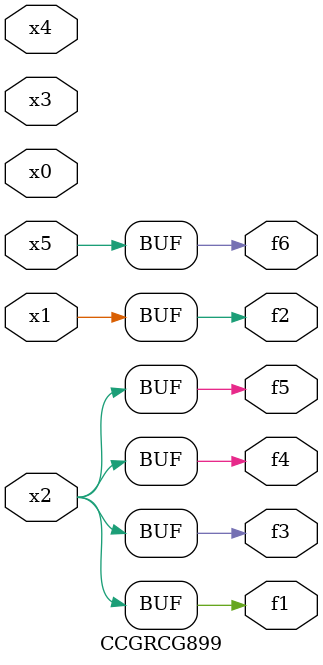
<source format=v>
module CCGRCG899(
	input x0, x1, x2, x3, x4, x5,
	output f1, f2, f3, f4, f5, f6
);
	assign f1 = x2;
	assign f2 = x1;
	assign f3 = x2;
	assign f4 = x2;
	assign f5 = x2;
	assign f6 = x5;
endmodule

</source>
